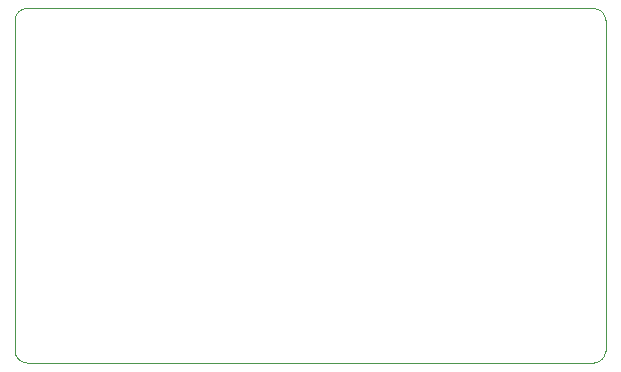
<source format=gbr>
%TF.GenerationSoftware,KiCad,Pcbnew,9.0.4*%
%TF.CreationDate,2025-09-08T17:38:28-04:00*%
%TF.ProjectId,CPU1-NRF5340-uBlox-NORA,43505531-2d4e-4524-9635-3334302d7542,A*%
%TF.SameCoordinates,Original*%
%TF.FileFunction,Profile,NP*%
%FSLAX46Y46*%
G04 Gerber Fmt 4.6, Leading zero omitted, Abs format (unit mm)*
G04 Created by KiCad (PCBNEW 9.0.4) date 2025-09-08 17:38:28*
%MOMM*%
%LPD*%
G01*
G04 APERTURE LIST*
%TA.AperFunction,Profile*%
%ADD10C,0.050000*%
%TD*%
G04 APERTURE END LIST*
D10*
X105500000Y-103500000D02*
X105500000Y-75500000D01*
X154500000Y-104500000D02*
X106500000Y-104500000D01*
X155500000Y-103500000D02*
G75*
G02*
X154500000Y-104500000I-1000000J0D01*
G01*
X155500000Y-75500000D02*
X155500000Y-103500000D01*
X105500000Y-75500000D02*
G75*
G02*
X106500000Y-74500000I1000000J0D01*
G01*
X106500000Y-104500000D02*
G75*
G02*
X105500000Y-103500000I0J1000000D01*
G01*
X106500000Y-74500000D02*
X154500000Y-74500000D01*
X154500000Y-74500000D02*
G75*
G02*
X155500000Y-75500000I0J-1000000D01*
G01*
M02*

</source>
